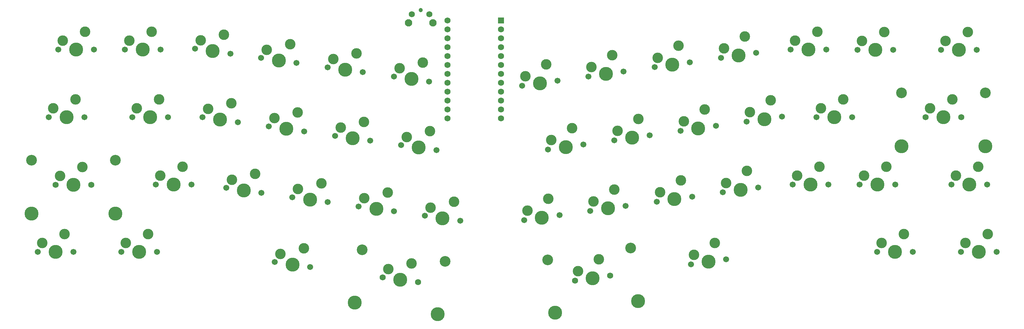
<source format=gts>
G04 #@! TF.GenerationSoftware,KiCad,Pcbnew,(5.99.0-9176-ga1730d51ff)*
G04 #@! TF.CreationDate,2021-11-18T23:05:27-06:00*
G04 #@! TF.ProjectId,Concerto,436f6e63-6572-4746-9f2e-6b696361645f,rev?*
G04 #@! TF.SameCoordinates,Original*
G04 #@! TF.FileFunction,Soldermask,Top*
G04 #@! TF.FilePolarity,Negative*
%FSLAX46Y46*%
G04 Gerber Fmt 4.6, Leading zero omitted, Abs format (unit mm)*
G04 Created by KiCad (PCBNEW (5.99.0-9176-ga1730d51ff)) date 2021-11-18 23:05:27*
%MOMM*%
%LPD*%
G01*
G04 APERTURE LIST*
%ADD10C,1.701800*%
%ADD11C,3.987800*%
%ADD12C,3.000000*%
%ADD13C,2.100000*%
%ADD14C,1.200000*%
%ADD15C,1.750000*%
%ADD16C,3.048000*%
%ADD17R,1.752600X1.752600*%
%ADD18C,1.752600*%
G04 APERTURE END LIST*
D10*
X289420000Y-118240000D03*
D11*
X294500000Y-118240000D03*
D12*
X297040000Y-113160000D03*
D10*
X299580000Y-118240000D03*
D12*
X290690000Y-115700000D03*
X141870578Y-99294470D03*
D11*
X145290000Y-102340000D03*
D10*
X140259438Y-101633001D03*
D12*
X148512280Y-97662938D03*
D10*
X150320562Y-103046999D03*
D13*
X187035000Y-72112500D03*
X180025000Y-72112500D03*
D14*
X183525000Y-68412500D03*
D15*
X181025000Y-69622500D03*
X186025000Y-69622500D03*
D12*
X165242280Y-80792938D03*
D11*
X162020000Y-85470000D03*
D10*
X167050562Y-86176999D03*
D12*
X158600578Y-82424470D03*
D10*
X156989438Y-84763001D03*
D12*
X232723579Y-123044969D03*
D11*
X236850000Y-125030000D03*
D10*
X231819438Y-125736999D03*
D12*
X238658282Y-119645939D03*
D10*
X241880562Y-124323001D03*
D11*
X106500000Y-99000000D03*
D10*
X111580000Y-99000000D03*
D12*
X102690000Y-96460000D03*
D10*
X101420000Y-99000000D03*
D12*
X109040000Y-93920000D03*
D16*
X243309696Y-136391529D03*
D15*
X237490562Y-144263001D03*
D11*
X245430694Y-151483214D03*
D12*
X234268282Y-139585939D03*
X228333579Y-142984969D03*
D11*
X221787054Y-154806111D03*
D16*
X219666056Y-139714426D03*
D11*
X232460000Y-144970000D03*
D15*
X227429438Y-145676999D03*
D11*
X79530000Y-137470000D03*
D10*
X84610000Y-137470000D03*
X74450000Y-137470000D03*
D12*
X82070000Y-132390000D03*
X75720000Y-134930000D03*
D10*
X194780562Y-128566999D03*
D11*
X189750000Y-127860000D03*
D10*
X184719438Y-127153001D03*
D12*
X186330578Y-124814470D03*
X192972280Y-123182938D03*
D10*
X267590562Y-101503001D03*
D11*
X262560000Y-102210000D03*
D12*
X258433579Y-100224969D03*
D10*
X257529438Y-102916999D03*
D12*
X264368282Y-96825939D03*
X186182280Y-103012938D03*
D10*
X187990562Y-108396999D03*
X177929438Y-106983001D03*
D12*
X179540578Y-104644470D03*
D11*
X182960000Y-107690000D03*
D10*
X238659438Y-105586999D03*
D11*
X243690000Y-104880000D03*
D12*
X239563579Y-102894969D03*
X245498282Y-99495939D03*
D10*
X248720562Y-104173001D03*
D11*
X218010000Y-127700000D03*
D10*
X212979438Y-128406999D03*
X223040562Y-126993001D03*
D12*
X213883579Y-125714969D03*
X219818282Y-122315939D03*
X100580000Y-77210000D03*
D10*
X109470000Y-79750000D03*
D11*
X104390000Y-79750000D03*
D12*
X106930000Y-74670000D03*
D10*
X99310000Y-79750000D03*
D12*
X174122280Y-120502938D03*
D10*
X175930562Y-125886999D03*
D11*
X170900000Y-125180000D03*
D10*
X165869438Y-124473001D03*
D12*
X167480578Y-122134470D03*
X155242280Y-117872938D03*
X148600578Y-119504470D03*
D10*
X146989438Y-121843001D03*
X157050562Y-123256999D03*
D11*
X152020000Y-122550000D03*
D10*
X276349438Y-100276999D03*
D12*
X283188282Y-94185939D03*
X277253579Y-97584969D03*
D11*
X281380000Y-99570000D03*
D10*
X286410562Y-98863001D03*
X108090000Y-118240000D03*
D11*
X113170000Y-118240000D03*
D12*
X115710000Y-113160000D03*
D10*
X118250000Y-118240000D03*
D12*
X109360000Y-115700000D03*
D10*
X347520000Y-137490000D03*
X337360000Y-137490000D03*
D12*
X344980000Y-132410000D03*
X338630000Y-134950000D03*
D11*
X342440000Y-137490000D03*
D10*
X175869438Y-87423001D03*
D12*
X177480578Y-85084470D03*
D11*
X180900000Y-88130000D03*
D12*
X184122280Y-83452938D03*
D10*
X185930562Y-88836999D03*
D12*
X136372280Y-115222938D03*
D11*
X133150000Y-119900000D03*
D10*
X138180562Y-120606999D03*
D12*
X129730578Y-116854470D03*
D10*
X128119438Y-119193001D03*
X270520562Y-139573002D03*
D12*
X261363579Y-138294970D03*
X267298282Y-134895940D03*
D11*
X265490000Y-140280001D03*
D10*
X260459438Y-140987000D03*
D12*
X129612280Y-95032938D03*
D11*
X126390000Y-99710000D03*
D10*
X131420562Y-100416999D03*
D12*
X122970578Y-96664470D03*
D10*
X121359438Y-99003001D03*
X229840562Y-106823001D03*
D11*
X224810000Y-107530000D03*
D10*
X219779438Y-108236999D03*
D12*
X220683579Y-105544969D03*
X226618282Y-102145939D03*
D10*
X138099438Y-82123001D03*
D12*
X139710578Y-79784470D03*
D10*
X148160562Y-83536999D03*
D12*
X146352280Y-78152938D03*
D11*
X143130000Y-82830000D03*
X103360000Y-137470000D03*
D12*
X105900000Y-132390000D03*
X99550000Y-134930000D03*
D10*
X98280000Y-137470000D03*
X108440000Y-137470000D03*
D12*
X309190000Y-77230000D03*
D11*
X313000000Y-79770000D03*
D12*
X315540000Y-74690000D03*
D10*
X307920000Y-79770000D03*
X318080000Y-79770000D03*
X231249438Y-87382030D03*
X241310562Y-85968032D03*
D12*
X238088282Y-81290970D03*
D11*
X236280000Y-86675031D03*
D12*
X232153579Y-84690000D03*
X290160000Y-77210000D03*
D10*
X288890000Y-79750000D03*
D11*
X293970000Y-79750000D03*
D10*
X299050000Y-79750000D03*
D12*
X296510000Y-74670000D03*
D10*
X212409438Y-90032030D03*
D12*
X213313579Y-87340000D03*
D10*
X222470562Y-88618032D03*
D11*
X217440000Y-89325031D03*
D12*
X219248282Y-83940970D03*
D10*
X129320562Y-80876999D03*
X119259438Y-79463001D03*
D12*
X120870578Y-77124470D03*
D11*
X124290000Y-80170000D03*
D12*
X127512280Y-75492938D03*
D10*
X159109438Y-104313001D03*
D12*
X167362280Y-100342938D03*
D10*
X169170562Y-105726999D03*
D11*
X164140000Y-105020000D03*
D12*
X160720578Y-101974470D03*
D11*
X318610000Y-137470000D03*
D12*
X314800000Y-134930000D03*
D10*
X323690000Y-137470000D03*
D12*
X321150000Y-132390000D03*
D10*
X313530000Y-137470000D03*
X250739438Y-123116999D03*
X260800562Y-121703001D03*
D12*
X257578282Y-117025939D03*
X251643579Y-120424969D03*
D11*
X255770000Y-122410000D03*
D12*
X143590578Y-138034470D03*
X150232280Y-136402938D03*
D10*
X141979438Y-140373001D03*
D11*
X147010000Y-141080000D03*
D10*
X152040562Y-141786999D03*
X279060562Y-80658032D03*
D12*
X269903579Y-79380000D03*
D10*
X268999438Y-82072030D03*
D11*
X274030000Y-81365031D03*
D12*
X275838282Y-75980970D03*
X332995000Y-77230000D03*
D10*
X331725000Y-79770000D03*
X341885000Y-79770000D03*
D11*
X336805000Y-79770000D03*
D12*
X339345000Y-74690000D03*
D11*
X164739306Y-151913214D03*
D16*
X166860304Y-136821529D03*
D15*
X182740562Y-146106999D03*
D12*
X180932280Y-140722938D03*
D11*
X188382946Y-155236111D03*
D16*
X190503944Y-140144426D03*
D12*
X174290578Y-142354470D03*
D11*
X177710000Y-145400000D03*
D15*
X172679438Y-144693001D03*
D10*
X306410000Y-99030000D03*
D12*
X303870000Y-93950000D03*
D11*
X301330000Y-99030000D03*
D10*
X296250000Y-99030000D03*
D12*
X297520000Y-96490000D03*
D11*
X255150000Y-84025031D03*
D10*
X260180562Y-83318032D03*
X250119438Y-84732030D03*
D12*
X256958282Y-78640970D03*
X251023579Y-82040000D03*
D10*
X77610000Y-99020000D03*
D12*
X78880000Y-96480000D03*
X85230000Y-93940000D03*
D11*
X82690000Y-99020000D03*
D10*
X87770000Y-99020000D03*
X90450000Y-79740000D03*
D11*
X85370000Y-79740000D03*
D12*
X87910000Y-74660000D03*
X81560000Y-77200000D03*
D10*
X80290000Y-79740000D03*
D16*
X344288000Y-92040550D03*
D15*
X327270000Y-99025550D03*
D12*
X328540000Y-96485550D03*
D15*
X337430000Y-99025550D03*
D12*
X334890000Y-93945550D03*
D11*
X332350000Y-99025550D03*
X320412000Y-107280550D03*
X344288000Y-107280550D03*
D16*
X320412000Y-92040550D03*
D10*
X344830000Y-118260000D03*
D11*
X339750000Y-118260000D03*
D12*
X335940000Y-115720000D03*
X342290000Y-113180000D03*
D10*
X334670000Y-118260000D03*
D12*
X270493579Y-117774969D03*
D10*
X279650562Y-119053001D03*
D12*
X276428282Y-114375939D03*
D11*
X274620000Y-119760000D03*
D10*
X269589438Y-120466999D03*
D16*
X72662000Y-111300550D03*
D11*
X96538000Y-126540550D03*
D15*
X89680000Y-118285550D03*
D11*
X84600000Y-118285550D03*
D12*
X80790000Y-115745550D03*
D15*
X79520000Y-118285550D03*
D12*
X87140000Y-113205550D03*
D16*
X96538000Y-111300550D03*
D11*
X72662000Y-126540550D03*
X313550000Y-118250000D03*
D10*
X308470000Y-118250000D03*
D12*
X309740000Y-115710000D03*
D10*
X318630000Y-118250000D03*
D12*
X316090000Y-113170000D03*
D17*
X206350000Y-71420000D03*
D18*
X206350000Y-73960000D03*
X206350000Y-76500000D03*
X206350000Y-79040000D03*
X206350000Y-81580000D03*
X206350000Y-84120000D03*
X206350000Y-86660000D03*
X206350000Y-89200000D03*
X206350000Y-91740000D03*
X206350000Y-94280000D03*
X206350000Y-96820000D03*
X206350000Y-99360000D03*
X191110000Y-99360000D03*
X191110000Y-96820000D03*
X191110000Y-94280000D03*
X191110000Y-91740000D03*
X191110000Y-89200000D03*
X191110000Y-86660000D03*
X191110000Y-84120000D03*
X191110000Y-81580000D03*
X191110000Y-79040000D03*
X191110000Y-76500000D03*
X191110000Y-73960000D03*
X191110000Y-71420000D03*
M02*

</source>
